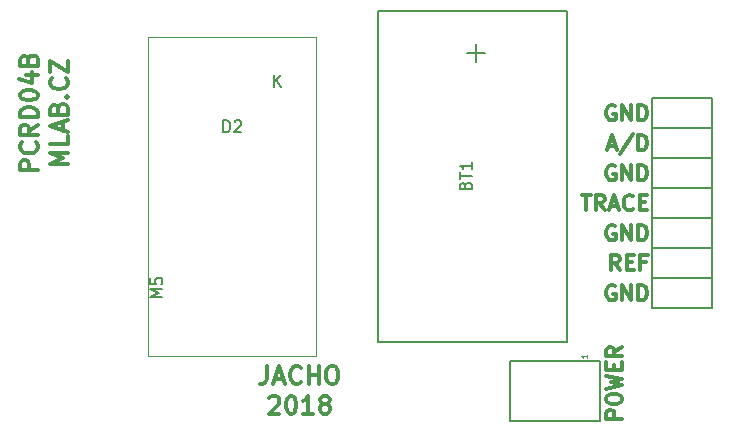
<source format=gbr>
G04 #@! TF.GenerationSoftware,KiCad,Pcbnew,(6.0.0-rc1-dev-205-gc0615c5ef)*
G04 #@! TF.CreationDate,2018-08-06T11:32:11+02:00*
G04 #@! TF.ProjectId,PCRD04B,504352443034422E6B696361645F7063,REV*
G04 #@! TF.SameCoordinates,Original*
G04 #@! TF.FileFunction,Legend,Top*
G04 #@! TF.FilePolarity,Positive*
%FSLAX46Y46*%
G04 Gerber Fmt 4.6, Leading zero omitted, Abs format (unit mm)*
G04 Created by KiCad (PCBNEW (6.0.0-rc1-dev-205-gc0615c5ef)) date 08/06/18 11:32:11*
%MOMM*%
%LPD*%
G01*
G04 APERTURE LIST*
%ADD10C,0.300000*%
%ADD11C,0.150000*%
%ADD12C,0.100000*%
%ADD13C,0.050000*%
G04 APERTURE END LIST*
D10*
X51876904Y13381904D02*
X51443571Y14000952D01*
X51134047Y13381904D02*
X51134047Y14681904D01*
X51629285Y14681904D01*
X51753095Y14620000D01*
X51815000Y14558095D01*
X51876904Y14434285D01*
X51876904Y14248571D01*
X51815000Y14124761D01*
X51753095Y14062857D01*
X51629285Y14000952D01*
X51134047Y14000952D01*
X52434047Y14062857D02*
X52867380Y14062857D01*
X53053095Y13381904D02*
X52434047Y13381904D01*
X52434047Y14681904D01*
X53053095Y14681904D01*
X54043571Y14062857D02*
X53610238Y14062857D01*
X53610238Y13381904D02*
X53610238Y14681904D01*
X54229285Y14681904D01*
X50886428Y23913333D02*
X51505476Y23913333D01*
X50762619Y23541904D02*
X51195952Y24841904D01*
X51629285Y23541904D01*
X52991190Y24903809D02*
X51876904Y23232380D01*
X53424523Y23541904D02*
X53424523Y24841904D01*
X53734047Y24841904D01*
X53919761Y24780000D01*
X54043571Y24656190D01*
X54105476Y24532380D01*
X54167380Y24284761D01*
X54167380Y24099047D01*
X54105476Y23851428D01*
X54043571Y23727619D01*
X53919761Y23603809D01*
X53734047Y23541904D01*
X53424523Y23541904D01*
X51443571Y12080000D02*
X51319761Y12141904D01*
X51134047Y12141904D01*
X50948333Y12080000D01*
X50824523Y11956190D01*
X50762619Y11832380D01*
X50700714Y11584761D01*
X50700714Y11399047D01*
X50762619Y11151428D01*
X50824523Y11027619D01*
X50948333Y10903809D01*
X51134047Y10841904D01*
X51257857Y10841904D01*
X51443571Y10903809D01*
X51505476Y10965714D01*
X51505476Y11399047D01*
X51257857Y11399047D01*
X52062619Y10841904D02*
X52062619Y12141904D01*
X52805476Y10841904D01*
X52805476Y12141904D01*
X53424523Y10841904D02*
X53424523Y12141904D01*
X53734047Y12141904D01*
X53919761Y12080000D01*
X54043571Y11956190D01*
X54105476Y11832380D01*
X54167380Y11584761D01*
X54167380Y11399047D01*
X54105476Y11151428D01*
X54043571Y11027619D01*
X53919761Y10903809D01*
X53734047Y10841904D01*
X53424523Y10841904D01*
X51443571Y17160000D02*
X51319761Y17221904D01*
X51134047Y17221904D01*
X50948333Y17160000D01*
X50824523Y17036190D01*
X50762619Y16912380D01*
X50700714Y16664761D01*
X50700714Y16479047D01*
X50762619Y16231428D01*
X50824523Y16107619D01*
X50948333Y15983809D01*
X51134047Y15921904D01*
X51257857Y15921904D01*
X51443571Y15983809D01*
X51505476Y16045714D01*
X51505476Y16479047D01*
X51257857Y16479047D01*
X52062619Y15921904D02*
X52062619Y17221904D01*
X52805476Y15921904D01*
X52805476Y17221904D01*
X53424523Y15921904D02*
X53424523Y17221904D01*
X53734047Y17221904D01*
X53919761Y17160000D01*
X54043571Y17036190D01*
X54105476Y16912380D01*
X54167380Y16664761D01*
X54167380Y16479047D01*
X54105476Y16231428D01*
X54043571Y16107619D01*
X53919761Y15983809D01*
X53734047Y15921904D01*
X53424523Y15921904D01*
X51443571Y27320000D02*
X51319761Y27381904D01*
X51134047Y27381904D01*
X50948333Y27320000D01*
X50824523Y27196190D01*
X50762619Y27072380D01*
X50700714Y26824761D01*
X50700714Y26639047D01*
X50762619Y26391428D01*
X50824523Y26267619D01*
X50948333Y26143809D01*
X51134047Y26081904D01*
X51257857Y26081904D01*
X51443571Y26143809D01*
X51505476Y26205714D01*
X51505476Y26639047D01*
X51257857Y26639047D01*
X52062619Y26081904D02*
X52062619Y27381904D01*
X52805476Y26081904D01*
X52805476Y27381904D01*
X53424523Y26081904D02*
X53424523Y27381904D01*
X53734047Y27381904D01*
X53919761Y27320000D01*
X54043571Y27196190D01*
X54105476Y27072380D01*
X54167380Y26824761D01*
X54167380Y26639047D01*
X54105476Y26391428D01*
X54043571Y26267619D01*
X53919761Y26143809D01*
X53734047Y26081904D01*
X53424523Y26081904D01*
X51443571Y22240000D02*
X51319761Y22301904D01*
X51134047Y22301904D01*
X50948333Y22240000D01*
X50824523Y22116190D01*
X50762619Y21992380D01*
X50700714Y21744761D01*
X50700714Y21559047D01*
X50762619Y21311428D01*
X50824523Y21187619D01*
X50948333Y21063809D01*
X51134047Y21001904D01*
X51257857Y21001904D01*
X51443571Y21063809D01*
X51505476Y21125714D01*
X51505476Y21559047D01*
X51257857Y21559047D01*
X52062619Y21001904D02*
X52062619Y22301904D01*
X52805476Y21001904D01*
X52805476Y22301904D01*
X53424523Y21001904D02*
X53424523Y22301904D01*
X53734047Y22301904D01*
X53919761Y22240000D01*
X54043571Y22116190D01*
X54105476Y21992380D01*
X54167380Y21744761D01*
X54167380Y21559047D01*
X54105476Y21311428D01*
X54043571Y21187619D01*
X53919761Y21063809D01*
X53734047Y21001904D01*
X53424523Y21001904D01*
X48657857Y19761904D02*
X49400714Y19761904D01*
X49029285Y18461904D02*
X49029285Y19761904D01*
X50576904Y18461904D02*
X50143571Y19080952D01*
X49834047Y18461904D02*
X49834047Y19761904D01*
X50329285Y19761904D01*
X50453095Y19700000D01*
X50515000Y19638095D01*
X50576904Y19514285D01*
X50576904Y19328571D01*
X50515000Y19204761D01*
X50453095Y19142857D01*
X50329285Y19080952D01*
X49834047Y19080952D01*
X51072142Y18833333D02*
X51691190Y18833333D01*
X50948333Y18461904D02*
X51381666Y19761904D01*
X51815000Y18461904D01*
X52991190Y18585714D02*
X52929285Y18523809D01*
X52743571Y18461904D01*
X52619761Y18461904D01*
X52434047Y18523809D01*
X52310238Y18647619D01*
X52248333Y18771428D01*
X52186428Y19019047D01*
X52186428Y19204761D01*
X52248333Y19452380D01*
X52310238Y19576190D01*
X52434047Y19700000D01*
X52619761Y19761904D01*
X52743571Y19761904D01*
X52929285Y19700000D01*
X52991190Y19638095D01*
X53548333Y19142857D02*
X53981666Y19142857D01*
X54167380Y18461904D02*
X53548333Y18461904D01*
X53548333Y19761904D01*
X54167380Y19761904D01*
X52023095Y807619D02*
X50723095Y807619D01*
X50723095Y1302857D01*
X50785000Y1426666D01*
X50846904Y1488571D01*
X50970714Y1550476D01*
X51156428Y1550476D01*
X51280238Y1488571D01*
X51342142Y1426666D01*
X51404047Y1302857D01*
X51404047Y807619D01*
X50723095Y2355238D02*
X50723095Y2602857D01*
X50785000Y2726666D01*
X50908809Y2850476D01*
X51156428Y2912380D01*
X51589761Y2912380D01*
X51837380Y2850476D01*
X51961190Y2726666D01*
X52023095Y2602857D01*
X52023095Y2355238D01*
X51961190Y2231428D01*
X51837380Y2107619D01*
X51589761Y2045714D01*
X51156428Y2045714D01*
X50908809Y2107619D01*
X50785000Y2231428D01*
X50723095Y2355238D01*
X50723095Y3345714D02*
X52023095Y3655238D01*
X51094523Y3902857D01*
X52023095Y4150476D01*
X50723095Y4460000D01*
X51342142Y4955238D02*
X51342142Y5388571D01*
X52023095Y5574285D02*
X52023095Y4955238D01*
X50723095Y4955238D01*
X50723095Y5574285D01*
X52023095Y6874285D02*
X51404047Y6440952D01*
X52023095Y6131428D02*
X50723095Y6131428D01*
X50723095Y6626666D01*
X50785000Y6750476D01*
X50846904Y6812380D01*
X50970714Y6874285D01*
X51156428Y6874285D01*
X51280238Y6812380D01*
X51342142Y6750476D01*
X51404047Y6626666D01*
X51404047Y6131428D01*
X22193571Y2583571D02*
X22265000Y2655000D01*
X22407857Y2726428D01*
X22765000Y2726428D01*
X22907857Y2655000D01*
X22979285Y2583571D01*
X23050714Y2440714D01*
X23050714Y2297857D01*
X22979285Y2083571D01*
X22122142Y1226428D01*
X23050714Y1226428D01*
X23979285Y2726428D02*
X24122142Y2726428D01*
X24265000Y2655000D01*
X24336428Y2583571D01*
X24407857Y2440714D01*
X24479285Y2155000D01*
X24479285Y1797857D01*
X24407857Y1512142D01*
X24336428Y1369285D01*
X24265000Y1297857D01*
X24122142Y1226428D01*
X23979285Y1226428D01*
X23836428Y1297857D01*
X23765000Y1369285D01*
X23693571Y1512142D01*
X23622142Y1797857D01*
X23622142Y2155000D01*
X23693571Y2440714D01*
X23765000Y2583571D01*
X23836428Y2655000D01*
X23979285Y2726428D01*
X25907857Y1226428D02*
X25050714Y1226428D01*
X25479285Y1226428D02*
X25479285Y2726428D01*
X25336428Y2512142D01*
X25193571Y2369285D01*
X25050714Y2297857D01*
X26765000Y2083571D02*
X26622142Y2155000D01*
X26550714Y2226428D01*
X26479285Y2369285D01*
X26479285Y2440714D01*
X26550714Y2583571D01*
X26622142Y2655000D01*
X26765000Y2726428D01*
X27050714Y2726428D01*
X27193571Y2655000D01*
X27265000Y2583571D01*
X27336428Y2440714D01*
X27336428Y2369285D01*
X27265000Y2226428D01*
X27193571Y2155000D01*
X27050714Y2083571D01*
X26765000Y2083571D01*
X26622142Y2012142D01*
X26550714Y1940714D01*
X26479285Y1797857D01*
X26479285Y1512142D01*
X26550714Y1369285D01*
X26622142Y1297857D01*
X26765000Y1226428D01*
X27050714Y1226428D01*
X27193571Y1297857D01*
X27265000Y1369285D01*
X27336428Y1512142D01*
X27336428Y1797857D01*
X27265000Y1940714D01*
X27193571Y2012142D01*
X27050714Y2083571D01*
X22015000Y5266428D02*
X22015000Y4195000D01*
X21943571Y3980714D01*
X21800714Y3837857D01*
X21586428Y3766428D01*
X21443571Y3766428D01*
X22657857Y4195000D02*
X23372142Y4195000D01*
X22515000Y3766428D02*
X23015000Y5266428D01*
X23515000Y3766428D01*
X24872142Y3909285D02*
X24800714Y3837857D01*
X24586428Y3766428D01*
X24443571Y3766428D01*
X24229285Y3837857D01*
X24086428Y3980714D01*
X24015000Y4123571D01*
X23943571Y4409285D01*
X23943571Y4623571D01*
X24015000Y4909285D01*
X24086428Y5052142D01*
X24229285Y5195000D01*
X24443571Y5266428D01*
X24586428Y5266428D01*
X24800714Y5195000D01*
X24872142Y5123571D01*
X25515000Y3766428D02*
X25515000Y5266428D01*
X25515000Y4552142D02*
X26372142Y4552142D01*
X26372142Y3766428D02*
X26372142Y5266428D01*
X27372142Y5266428D02*
X27657857Y5266428D01*
X27800714Y5195000D01*
X27943571Y5052142D01*
X28015000Y4766428D01*
X28015000Y4266428D01*
X27943571Y3980714D01*
X27800714Y3837857D01*
X27657857Y3766428D01*
X27372142Y3766428D01*
X27229285Y3837857D01*
X27086428Y3980714D01*
X27015000Y4266428D01*
X27015000Y4766428D01*
X27086428Y5052142D01*
X27229285Y5195000D01*
X27372142Y5266428D01*
X5123571Y22348571D02*
X3623571Y22348571D01*
X4695000Y22848571D01*
X3623571Y23348571D01*
X5123571Y23348571D01*
X5123571Y24777142D02*
X5123571Y24062857D01*
X3623571Y24062857D01*
X4695000Y25205714D02*
X4695000Y25920000D01*
X5123571Y25062857D02*
X3623571Y25562857D01*
X5123571Y26062857D01*
X4337857Y27062857D02*
X4409285Y27277142D01*
X4480714Y27348571D01*
X4623571Y27420000D01*
X4837857Y27420000D01*
X4980714Y27348571D01*
X5052142Y27277142D01*
X5123571Y27134285D01*
X5123571Y26562857D01*
X3623571Y26562857D01*
X3623571Y27062857D01*
X3695000Y27205714D01*
X3766428Y27277142D01*
X3909285Y27348571D01*
X4052142Y27348571D01*
X4195000Y27277142D01*
X4266428Y27205714D01*
X4337857Y27062857D01*
X4337857Y26562857D01*
X4980714Y28062857D02*
X5052142Y28134285D01*
X5123571Y28062857D01*
X5052142Y27991428D01*
X4980714Y28062857D01*
X5123571Y28062857D01*
X4980714Y29634285D02*
X5052142Y29562857D01*
X5123571Y29348571D01*
X5123571Y29205714D01*
X5052142Y28991428D01*
X4909285Y28848571D01*
X4766428Y28777142D01*
X4480714Y28705714D01*
X4266428Y28705714D01*
X3980714Y28777142D01*
X3837857Y28848571D01*
X3695000Y28991428D01*
X3623571Y29205714D01*
X3623571Y29348571D01*
X3695000Y29562857D01*
X3766428Y29634285D01*
X3623571Y30134285D02*
X3623571Y31134285D01*
X5123571Y30134285D01*
X5123571Y31134285D01*
X2583571Y21848571D02*
X1083571Y21848571D01*
X1083571Y22420000D01*
X1154999Y22562857D01*
X1226428Y22634285D01*
X1369285Y22705714D01*
X1583571Y22705714D01*
X1726428Y22634285D01*
X1797857Y22562857D01*
X1869285Y22420000D01*
X1869285Y21848571D01*
X2440714Y24205714D02*
X2512142Y24134285D01*
X2583571Y23920000D01*
X2583571Y23777142D01*
X2512142Y23562857D01*
X2369285Y23420000D01*
X2226428Y23348571D01*
X1940714Y23277142D01*
X1726428Y23277142D01*
X1440714Y23348571D01*
X1297857Y23420000D01*
X1154999Y23562857D01*
X1083571Y23777142D01*
X1083571Y23920000D01*
X1155000Y24134285D01*
X1226428Y24205714D01*
X2583571Y25705714D02*
X1869285Y25205714D01*
X2583571Y24848571D02*
X1083571Y24848571D01*
X1083571Y25420000D01*
X1155000Y25562857D01*
X1226428Y25634285D01*
X1369285Y25705714D01*
X1583571Y25705714D01*
X1726428Y25634285D01*
X1797857Y25562857D01*
X1869285Y25420000D01*
X1869285Y24848571D01*
X2583571Y26348571D02*
X1083571Y26348571D01*
X1083571Y26705714D01*
X1155000Y26920000D01*
X1297857Y27062857D01*
X1440714Y27134285D01*
X1726428Y27205714D01*
X1940714Y27205714D01*
X2226428Y27134285D01*
X2369285Y27062857D01*
X2512142Y26920000D01*
X2583571Y26705714D01*
X2583571Y26348571D01*
X1083571Y28134285D02*
X1083571Y28277142D01*
X1155000Y28420000D01*
X1226428Y28491428D01*
X1369285Y28562857D01*
X1655000Y28634285D01*
X2012142Y28634285D01*
X2297857Y28562857D01*
X2440714Y28491428D01*
X2512142Y28420000D01*
X2583571Y28277142D01*
X2583571Y28134285D01*
X2512142Y27991428D01*
X2440714Y27920000D01*
X2297857Y27848571D01*
X2012142Y27777142D01*
X1655000Y27777142D01*
X1369285Y27848571D01*
X1226428Y27920000D01*
X1155000Y27991428D01*
X1083571Y28134285D01*
X1583571Y29920000D02*
X2583571Y29920000D01*
X1012142Y29562857D02*
X2083571Y29205714D01*
X2083571Y30134285D01*
X1797857Y31205714D02*
X1869285Y31420000D01*
X1940714Y31491428D01*
X2083571Y31562857D01*
X2297857Y31562857D01*
X2440714Y31491428D01*
X2512142Y31420000D01*
X2583571Y31277142D01*
X2583571Y30705714D01*
X1083571Y30705714D01*
X1083571Y31205714D01*
X1155000Y31348571D01*
X1226428Y31420000D01*
X1369285Y31491428D01*
X1512142Y31491428D01*
X1655000Y31420000D01*
X1726428Y31348571D01*
X1797857Y31205714D01*
X1797857Y30705714D01*
D11*
G04 #@! TO.C,BT1*
X31370000Y35350000D02*
X47370000Y35350000D01*
X31370000Y7350000D02*
X31370000Y35350000D01*
X47370000Y7350000D02*
X31370000Y7350000D01*
X47370000Y35350000D02*
X47370000Y7350000D01*
G04 #@! TO.C,J1*
X50165000Y5715000D02*
X50165000Y635000D01*
X50165000Y635000D02*
X42545000Y635000D01*
X42545000Y635000D02*
X42545000Y5715000D01*
X42545000Y5715000D02*
X50165000Y5715000D01*
G04 #@! TO.C,J2*
X59690000Y22860000D02*
X59690000Y20320000D01*
X54610000Y22860000D02*
X59690000Y22860000D01*
X54610000Y20320000D02*
X54610000Y22860000D01*
X59690000Y20320000D02*
X54610000Y20320000D01*
G04 #@! TO.C,J3*
X59690000Y17780000D02*
X54610000Y17780000D01*
X54610000Y17780000D02*
X54610000Y20320000D01*
X54610000Y20320000D02*
X59690000Y20320000D01*
X59690000Y20320000D02*
X59690000Y17780000D01*
G04 #@! TO.C,J4*
X59690000Y17780000D02*
X59690000Y15240000D01*
X54610000Y17780000D02*
X59690000Y17780000D01*
X54610000Y15240000D02*
X54610000Y17780000D01*
X59690000Y15240000D02*
X54610000Y15240000D01*
G04 #@! TO.C,J5*
X59690000Y27940000D02*
X59690000Y25400000D01*
X54610000Y27940000D02*
X59690000Y27940000D01*
X54610000Y25400000D02*
X54610000Y27940000D01*
X59690000Y25400000D02*
X54610000Y25400000D01*
G04 #@! TO.C,J6*
X59690000Y22860000D02*
X54610000Y22860000D01*
X54610000Y22860000D02*
X54610000Y25400000D01*
X54610000Y25400000D02*
X59690000Y25400000D01*
X59690000Y25400000D02*
X59690000Y22860000D01*
G04 #@! TO.C,J7*
X59690000Y10160000D02*
X54610000Y10160000D01*
X54610000Y10160000D02*
X54610000Y12700000D01*
X54610000Y12700000D02*
X59690000Y12700000D01*
X59690000Y12700000D02*
X59690000Y10160000D01*
G04 #@! TO.C,J11*
X54610000Y15240000D02*
X59690000Y15240000D01*
X59690000Y15240000D02*
X59690000Y12700000D01*
X59690000Y12700000D02*
X54610000Y12700000D01*
X54610000Y12700000D02*
X54610000Y15240000D01*
D12*
G04 #@! TO.C,D2*
X26150000Y6140000D02*
X11950000Y6140000D01*
X26150000Y6140000D02*
X26150000Y33140000D01*
X26150000Y33140000D02*
X11950000Y33140000D01*
X11950000Y6140000D02*
X11950000Y33140000D01*
G04 #@! TO.C,BT1*
D11*
X38798571Y20564285D02*
X38846190Y20707142D01*
X38893809Y20754761D01*
X38989047Y20802380D01*
X39131904Y20802380D01*
X39227142Y20754761D01*
X39274761Y20707142D01*
X39322380Y20611904D01*
X39322380Y20230952D01*
X38322380Y20230952D01*
X38322380Y20564285D01*
X38370000Y20659523D01*
X38417619Y20707142D01*
X38512857Y20754761D01*
X38608095Y20754761D01*
X38703333Y20707142D01*
X38750952Y20659523D01*
X38798571Y20564285D01*
X38798571Y20230952D01*
X38322380Y21088095D02*
X38322380Y21659523D01*
X39322380Y21373809D02*
X38322380Y21373809D01*
X39322380Y22516666D02*
X39322380Y21945238D01*
X39322380Y22230952D02*
X38322380Y22230952D01*
X38465238Y22135714D01*
X38560476Y22040476D01*
X38608095Y21945238D01*
X39665257Y31027495D02*
X39665257Y32551304D01*
X40427161Y31789400D02*
X38903352Y31789400D01*
G04 #@! TO.C,J1*
D13*
X49121190Y6238857D02*
X49121190Y5953142D01*
X49121190Y6096000D02*
X48621190Y6096000D01*
X48692619Y6048380D01*
X48740238Y6000761D01*
X48764047Y5953142D01*
G04 #@! TO.C,M5*
D11*
X13127380Y11090476D02*
X12127380Y11090476D01*
X12841666Y11423809D01*
X12127380Y11757142D01*
X13127380Y11757142D01*
X12127380Y12709523D02*
X12127380Y12233333D01*
X12603571Y12185714D01*
X12555952Y12233333D01*
X12508333Y12328571D01*
X12508333Y12566666D01*
X12555952Y12661904D01*
X12603571Y12709523D01*
X12698809Y12757142D01*
X12936904Y12757142D01*
X13032142Y12709523D01*
X13079761Y12661904D01*
X13127380Y12566666D01*
X13127380Y12328571D01*
X13079761Y12233333D01*
X13032142Y12185714D01*
G04 #@! TO.C,D2*
X18311904Y25067619D02*
X18311904Y26067619D01*
X18550000Y26067619D01*
X18692857Y26020000D01*
X18788095Y25924761D01*
X18835714Y25829523D01*
X18883333Y25639047D01*
X18883333Y25496190D01*
X18835714Y25305714D01*
X18788095Y25210476D01*
X18692857Y25115238D01*
X18550000Y25067619D01*
X18311904Y25067619D01*
X19264285Y25972380D02*
X19311904Y26020000D01*
X19407142Y26067619D01*
X19645238Y26067619D01*
X19740476Y26020000D01*
X19788095Y25972380D01*
X19835714Y25877142D01*
X19835714Y25781904D01*
X19788095Y25639047D01*
X19216666Y25067619D01*
X19835714Y25067619D01*
X22598095Y28877619D02*
X22598095Y29877619D01*
X23169523Y28877619D02*
X22740952Y29449047D01*
X23169523Y29877619D02*
X22598095Y29306190D01*
G04 #@! TD*
M02*

</source>
